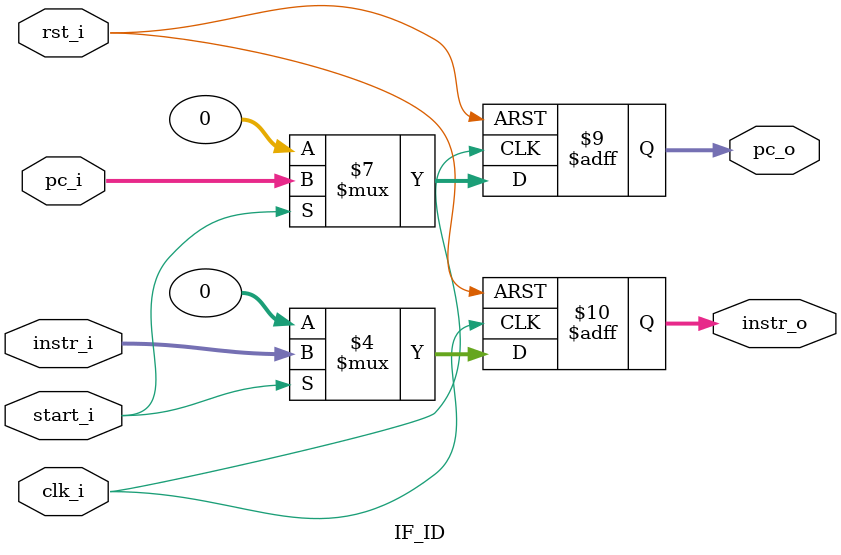
<source format=v>
module IF_ID(
    clk_i,
    rst_i,
    start_i,
    pc_i,
    instr_i,
    pc_o,
    instr_o
);

// Ports
input               clk_i;
input               rst_i;
input               start_i;
input       [31:0]  pc_i;
input       [31:0]  instr_i;
output  reg [31:0]  pc_o;
output  reg [31:0]  instr_o;

// Assignment
always@(posedge clk_i or negedge rst_i) begin
    if(~rst_i) begin
        pc_o <= 32'b0;
        instr_o <= 32'b0;
    end
    else begin
        if(start_i) begin
            pc_o <= pc_i;
            instr_o <= instr_i;
        end
        else begin
            pc_o <= 32'b0;
            instr_o <= 32'b0;
        end
    end
end

endmodule

</source>
